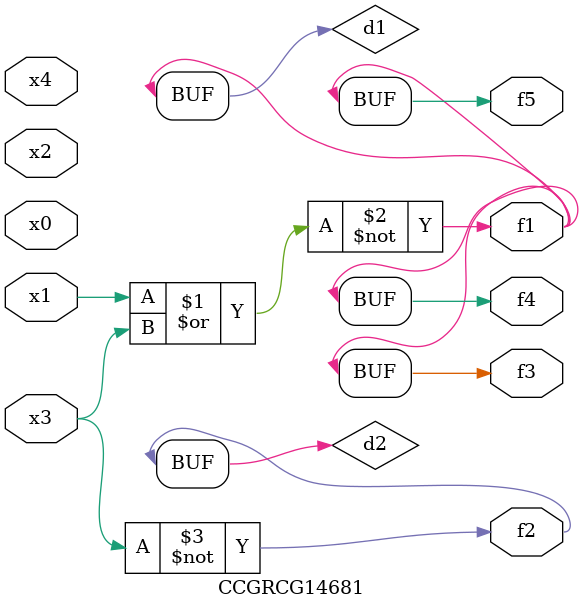
<source format=v>
module CCGRCG14681(
	input x0, x1, x2, x3, x4,
	output f1, f2, f3, f4, f5
);

	wire d1, d2;

	nor (d1, x1, x3);
	not (d2, x3);
	assign f1 = d1;
	assign f2 = d2;
	assign f3 = d1;
	assign f4 = d1;
	assign f5 = d1;
endmodule

</source>
